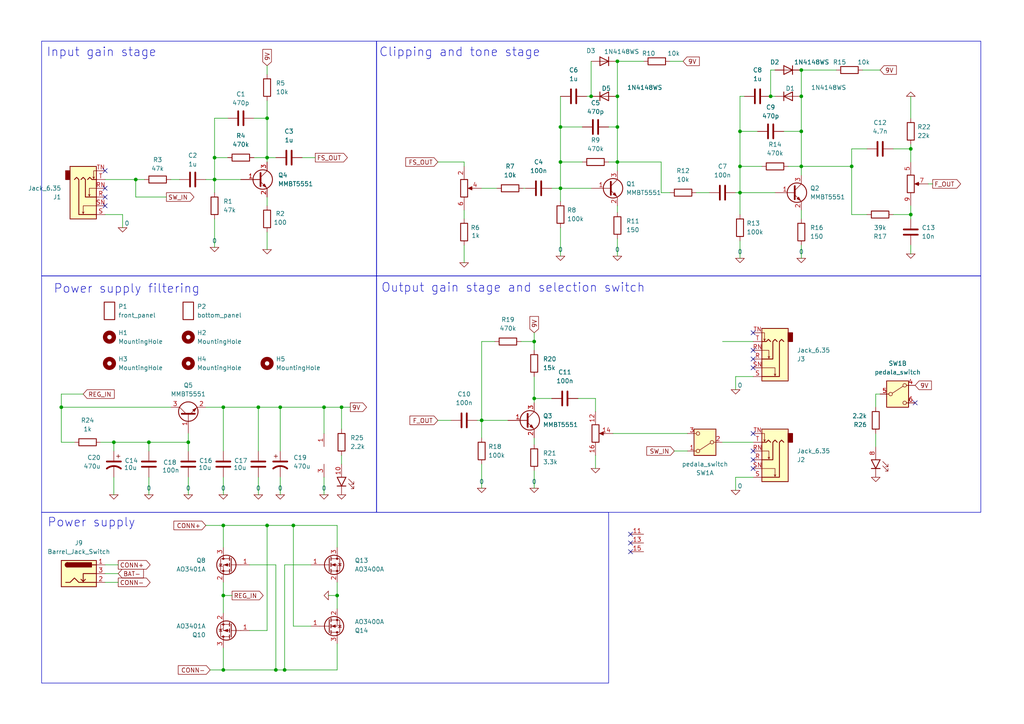
<source format=kicad_sch>
(kicad_sch (version 20250114) (generator "eeschema") (generator_version "9.0")
  (paper "A4")
  (title_block (title "Noise gate"))
  (lib_symbols
    (symbol "Connector:Barrel_Jack_Switch" (pin_names (hide yes))
      (property "Reference" "J" (at 0 5.334 0))
      (property "Value" "Barrel_Jack_Switch" (at 0 -5.08 0))
      (symbol "Barrel_Jack_Switch_1_1"
        (pin passive line (at 7.62 2.54 180) (length 2.54) (name "~") (number "1"))
        (pin passive line (at 7.62 0 180) (length 2.54) (name "~") (number "3"))
        (pin passive line (at 7.62 -2.54 180) (length 2.54) (name "~") (number "2"))
      )
    )
    (symbol "Device:C" (pin_numbers (hide yes)) (pin_names (offset 0.254))
      (property "Reference" "C" (at 0.635 2.54 0))
      (property "Value" "C" (at 0.635 -2.54 0))
      (symbol "C_1_1"
        (pin passive line (at 0 3.81 270) (length 2.794) (name "~") (number "1"))
        (pin passive line (at 0 -3.81 90) (length 2.794) (name "~") (number "2"))
      )
    )
    (symbol "Device:C_Polarized_US" (pin_numbers (hide yes)) (pin_names (offset 0.254) (hide yes))
      (property "Reference" "C" (at 0.635 2.54 0))
      (property "Value" "C_Polarized_US" (at 0.635 -2.54 0))
      (symbol "C_Polarized_US_1_1"
        (pin passive line (at 0 3.81 270) (length 2.794) (name "~") (number "1"))
        (pin passive line (at 0 -3.81 90) (length 3.302) (name "~") (number "2"))
      )
    )
    (symbol "Device:R" (pin_numbers (hide yes)) (pin_names (offset 0))
      (property "Reference" "R" (at 2.032 0 90))
      (property "Value" "R" (at 0 0 90))
      (symbol "R_1_1"
        (pin passive line (at 0 3.81 270) (length 1.27) (name "~") (number "1"))
        (pin passive line (at 0 -3.81 90) (length 1.27) (name "~") (number "2"))
      )
    )
    (symbol "Diode:1N4148WS" (pin_numbers (hide yes)) (pin_names (hide yes))
      (property "Reference" "D" (at 0 2.54 0))
      (property "Value" "1N4148WS" (at 0 -2.54 0))
      (symbol "1N4148WS_1_1"
        (pin passive line (at -3.81 0 0) (length 2.54) (name "K") (number "1"))
        (pin passive line (at 3.81 0 180) (length 2.54) (name "A") (number "2"))
      )
    )
    (symbol "Mechanical:MountingHole" (pin_names (offset 1.016))
      (property "Reference" "H" (at 0 5.08 0))
      (property "Value" "MountingHole" (at 0 3.175 0))
    )
    (symbol "MountingHole_1" (pin_names (offset 1.016))
      (property "Reference" "H" (at 0 5.08 0))
      (property "Value" "MountingHole" (at 0 3.175 0))
    )
    (symbol "MountingHole_2" (pin_names (offset 1.016))
      (property "Reference" "H" (at 0 5.08 0))
      (property "Value" "MountingHole" (at 0 3.175 0))
    )
    (symbol "MountingHole_3" (pin_names (offset 1.016))
      (property "Reference" "H" (at 0 5.08 0))
      (property "Value" "MountingHole" (at 0 3.175 0))
    )
    (symbol "MountingHole_4" (pin_names (offset 1.016))
      (property "Reference" "H" (at 0 5.08 0))
      (property "Value" "MountingHole" (at 0 3.175 0))
    )
    (symbol "Simulation_SPICE:0" (power) (pin_names (offset 0))
      (property "Value" "0" (at 0 -1.778 0))
      (symbol "0_1_1"
        (pin power_in line (at 0 0 0) (length 0) (hide yes) (name "0") (number "1"))
      )
    )
    (symbol "Transistor_BJT:BC817" (pin_names (offset 0) (hide yes))
      (property "Reference" "Q" (at 5.08 1.905 0))
      (property "Value" "BC817" (at 5.08 0 0))
      (symbol "BC817_1_1"
        (pin input line (at -5.08 0 0) (length 5.715) (name "B") (number "1"))
        (pin passive line (at 2.54 5.08 270) (length 2.54) (name "C") (number "3"))
        (pin passive line (at 2.54 -5.08 90) (length 2.54) (name "E") (number "2"))
      )
    )
    (symbol "Transistor_FET:AO3400A" (pin_names (hide yes))
      (property "Reference" "Q" (at 5.08 1.905 0))
      (property "Value" "AO3400A" (at 5.08 0 0))
      (symbol "AO3400A_1_1"
        (pin input line (at -5.08 0 0) (length 2.54) (name "G") (number "1"))
        (pin passive line (at 2.54 5.08 270) (length 2.54) (name "D") (number "3"))
        (pin passive line (at 2.54 -5.08 90) (length 2.54) (name "S") (number "2"))
      )
    )
    (symbol "Transistor_FET:AO3401A" (pin_names (hide yes))
      (property "Reference" "Q" (at 5.08 1.905 0))
      (property "Value" "AO3401A" (at 5.08 0 0))
      (symbol "AO3401A_1_1"
        (pin input line (at -5.08 0 0) (length 2.54) (name "G") (number "1"))
        (pin passive line (at 2.54 5.08 270) (length 2.54) (name "D") (number "3"))
        (pin passive line (at 2.54 -5.08 90) (length 2.54) (name "S") (number "2"))
      )
    )
    (symbol "pedale:Jack_6.35"
      (property "Reference" "J" (at 0 11.43 0))
      (property "Value" "Jack_6.35" (at 0 8.89 0))
      (symbol "Jack_6.35_1_1"
        (pin passive line (at 5.08 5.08 180) (length 2.54) (name "~") (number "S"))
        (pin passive line (at 5.08 2.54 180) (length 2.54) (name "~") (number "SN"))
        (pin passive line (at 5.08 0 180) (length 2.54) (name "~") (number "R"))
        (pin passive line (at 5.08 -2.54 180) (length 2.54) (name "~") (number "RN"))
        (pin passive line (at 5.08 -5.08 180) (length 2.54) (name "~") (number "T"))
        (pin passive line (at 5.08 -7.62 180) (length 2.54) (name "~") (number "TN"))
      )
    )
    (symbol "pedale:big_muff_pi_front_panel" (pin_names (offset 1.016) (hide yes))
      (property "Reference" "P" (at 0.254 4.318 0))
      (property "Value" "big_muff_pi_front_panel" (at -2.54 0 90))
    )
    (symbol "pedale:pedala_switch" (pin_names (offset 0) (hide yes))
      (property "Reference" "SW" (at 0 5.08 0))
      (property "Value" "pedala_switch" (at 0 -5.08 0))
      (symbol "pedala_switch_1_1"
        (pin passive line (at -5.08 0 0) (length 2.54) (name "B") (number "2"))
        (pin passive line (at 5.08 2.54 180) (length 2.54) (name "A") (number "1"))
        (pin passive line (at 5.08 -2.54 180) (length 2.54) (name "C") (number "3"))
      )
      (symbol "pedala_switch_2_1"
        (pin passive line (at -5.08 0 0) (length 2.54) (name "B") (number "5"))
        (pin passive line (at 5.08 2.54 180) (length 2.54) (name "A") (number "4"))
        (pin passive line (at 5.08 -2.54 180) (length 2.54) (name "C") (number "6"))
      )
    )
    (symbol "pedale:top_panel_connector" (pin_names (offset 1.016) (hide yes))
      (symbol "top_panel_connector_1_1"
        (pin passive line (at 0 6.35 270) (length 3.81) (name "Pin_2") (number "2"))
        (pin passive line (at 0 -6.35 90) (length 3.81) (name "Pin_6") (number "6"))
        (pin passive line (at 5.08 0 180) (length 3.81) (name "Pin_4") (number "4"))
      )
      (symbol "top_panel_connector_2_1"
        (pin passive line (at 0 6.35 270) (length 3.81) (name "Pin_5") (number "5"))
        (pin passive line (at 0 -6.35 90) (length 3.81) (name "Pin_9") (number "9"))
        (pin passive line (at 5.08 0 180) (length 3.81) (name "Pin_7") (number "7"))
      )
      (symbol "top_panel_connector_3_1"
        (pin passive line (at 0 6.35 270) (length 3.81) (name "Pin_12") (number "12"))
        (pin passive line (at 0 -6.35 90) (length 3.81) (name "Pin_16") (number "16"))
        (pin passive line (at 5.08 0 180) (length 3.81) (name "Pin_14") (number "14"))
      )
      (symbol "top_panel_connector_4_1"
        (pin passive line (at 0 5.08 270) (length 3.81) (name "Pin_8") (number "8"))
      )
      (symbol "top_panel_connector_5_1"
        (pin passive line (at 0 5.08 270) (length 3.81) (name "Pin_10") (number "10"))
      )
      (symbol "top_panel_connector_6_1"
        (pin passive line (at 0 12.7 270) (length 3.81) (name "VCC") (number "1"))
        (pin passive line (at 0 0 90) (length 3.81) (name "GND") (number "3"))
      )
      (symbol "top_panel_connector_7_1"
        (pin passive line (at 0 5.08 0) (length 3.81) (name "Pin_11") (number "11"))
        (pin passive line (at 0 2.54 0) (length 3.81) (name "Pin_13") (number "13"))
        (pin passive line (at 0 0 0) (length 3.81) (name "Pin_15") (number "15"))
      )
    )
  )
  (rectangle (start 12.065 148.59) (end 176.53 198.12))
  (rectangle (start 109.22 11.938) (end 284.48 80.01))
  (rectangle (start 12.065 11.938) (end 109.22 80.01))
  (rectangle (start 12.065 80.01) (end 109.22 148.59))
  (rectangle (start 109.22 80.01) (end 284.48 148.59))
  (text "Power supply filtering" (at 15.494 85.344 0) (effects (font (size 2.54 2.54)) (justify left bottom)))
  (text "Input gain stage" (at 29.464 15.24 0) (effects (font (size 2.54 2.54))))
  (text "Output gain stage and selection switch" (at 148.844 83.566 0) (effects (font (size 2.54 2.54))))
  (text "Clipping and tone stage" (at 133.35 15.24 0) (effects (font (size 2.54 2.54))))
  (text "Power supply" (at 13.716 151.638 0) (effects (font (size 2.54 2.54)) (justify left)))
  (junction (at 82.55 194.31))
  (junction (at 43.18 128.27))
  (junction (at 62.23 52.07))
  (junction (at 81.28 118.11))
  (junction (at 17.78 118.11))
  (junction (at 33.02 128.27))
  (junction (at 154.94 99.06))
  (junction (at 232.41 38.1))
  (junction (at 97.79 172.72))
  (junction (at 64.77 172.72))
  (junction (at 74.93 118.11))
  (junction (at 179.07 46.99))
  (junction (at 179.07 27.94))
  (junction (at 77.47 152.4))
  (junction (at 64.77 118.11))
  (junction (at 64.77 152.4))
  (junction (at 80.01 194.31))
  (junction (at 264.16 62.23))
  (junction (at 232.41 20.32))
  (junction (at 214.63 48.26))
  (junction (at 54.61 128.27))
  (junction (at 154.94 115.57))
  (junction (at 179.07 36.83))
  (junction (at 85.09 152.4))
  (junction (at 214.63 38.1))
  (junction (at 99.06 118.11))
  (junction (at 162.56 54.61))
  (junction (at 93.98 118.11))
  (junction (at 264.16 43.18))
  (junction (at 62.23 45.72))
  (junction (at 171.45 27.94))
  (junction (at 214.63 55.88))
  (junction (at 247.015 48.26))
  (junction (at 232.41 27.94))
  (junction (at 77.47 34.29))
  (junction (at 162.56 36.83))
  (junction (at 139.7 121.92))
  (junction (at 64.77 194.31))
  (junction (at 232.41 48.26))
  (junction (at 179.07 17.78))
  (junction (at 77.47 45.72))
  (junction (at 223.52 27.94))
  (junction (at 39.37 52.07))
  (junction (at 162.56 46.99))
  (no_connect (at 218.44 104.14))
  (no_connect (at 30.48 54.61))
  (no_connect (at 218.44 106.68))
  (no_connect (at -22.86 86.36))
  (no_connect (at 218.44 125.73))
  (no_connect (at 218.44 96.52))
  (no_connect (at 265.43 116.84))
  (no_connect (at 218.44 135.89))
  (no_connect (at 182.88 154.94))
  (no_connect (at 30.48 57.15))
  (no_connect (at 182.88 157.48))
  (no_connect (at 182.88 160.02))
  (no_connect (at 218.44 101.6))
  (no_connect (at 30.48 49.53))
  (no_connect (at 30.48 59.69))
  (no_connect (at -22.86 83.82))
  (no_connect (at 218.44 130.81))
  (no_connect (at -22.86 78.74))
  (no_connect (at 218.44 133.35))
  (wire (pts (xy 232.41 27.94) (xy 232.41 38.1)))
  (wire (pts (xy 179.07 27.94) (xy 179.07 36.83)))
  (wire (pts (xy 264.16 27.94) (xy 264.16 34.29)))
  (wire (pts (xy 77.47 152.4) (xy 85.09 152.4)))
  (wire (pts (xy 73.66 45.72) (xy 77.47 45.72)))
  (wire (pts (xy 62.23 52.07) (xy 69.85 52.07)))
  (wire (pts (xy 176.53 46.99) (xy 179.07 46.99)))
  (wire (pts (xy 264.16 41.91) (xy 264.16 43.18)))
  (wire (pts (xy 60.96 194.31) (xy 64.77 194.31)))
  (wire (pts (xy 251.46 43.18) (xy 247.015 43.18)))
  (wire (pts (xy 99.06 118.11) (xy 99.06 124.46)))
  (wire (pts (xy 214.63 27.94) (xy 214.63 38.1)))
  (wire (pts (xy 77.47 46.99) (xy 77.47 45.72)))
  (wire (pts (xy 232.41 71.12) (xy 232.41 74.93)))
  (wire (pts (xy 139.7 54.61) (xy 144.145 54.61)))
  (wire (pts (xy 66.04 34.29) (xy 62.23 34.29)))
  (wire (pts (xy 90.17 181.61) (xy 85.09 181.61)))
  (wire (pts (xy 201.93 55.88) (xy 205.74 55.88)))
  (wire (pts (xy 85.09 152.4) (xy 97.79 152.4)))
  (wire (pts (xy 74.93 118.11) (xy 74.93 130.81)))
  (wire (pts (xy 81.28 138.43) (xy 81.28 143.51)))
  (wire (pts (xy 77.47 45.72) (xy 80.01 45.72)))
  (wire (pts (xy 99.06 132.08) (xy 99.06 134.62)))
  (wire (pts (xy 80.01 194.31) (xy 82.55 194.31)))
  (wire (pts (xy 64.77 138.43) (xy 64.77 143.51)))
  (wire (pts (xy 264.16 63.5) (xy 264.16 62.23)))
  (wire (pts (xy 213.36 138.43) (xy 218.44 138.43)))
  (wire (pts (xy 93.98 138.43) (xy 93.98 143.51)))
  (wire (pts (xy 167.64 115.57) (xy 172.72 115.57)))
  (wire (pts (xy 177.8 125.73) (xy 199.39 125.73)))
  (wire (pts (xy 179.07 46.99) (xy 179.07 49.53)))
  (wire (pts (xy 247.015 48.26) (xy 247.015 62.23)))
  (wire (pts (xy 17.78 118.11) (xy 17.78 128.27)))
  (wire (pts (xy 232.41 38.1) (xy 232.41 48.26)))
  (wire (pts (xy 99.06 118.11) (xy 93.98 118.11)))
  (wire (pts (xy 43.18 128.27) (xy 54.61 128.27)))
  (wire (pts (xy 232.41 60.96) (xy 232.41 63.5)))
  (wire (pts (xy 232.41 48.26) (xy 232.41 50.8)))
  (wire (pts (xy 82.55 194.31) (xy 97.79 194.31)))
  (wire (pts (xy 59.69 52.07) (xy 62.23 52.07)))
  (wire (pts (xy 39.37 52.07) (xy 41.91 52.07)))
  (wire (pts (xy 82.55 163.83) (xy 82.55 194.31)))
  (wire (pts (xy 66.04 45.72) (xy 62.23 45.72)))
  (wire (pts (xy 179.07 17.78) (xy 179.07 27.94)))
  (wire (pts (xy 43.18 138.43) (xy 43.18 143.51)))
  (wire (pts (xy 264.16 43.18) (xy 264.16 46.99)))
  (wire (pts (xy -22.86 91.44) (xy -17.78 91.44)))
  (wire (pts (xy 162.56 46.99) (xy 162.56 54.61)))
  (wire (pts (xy 191.77 55.88) (xy 191.77 46.99)))
  (wire (pts (xy 33.02 138.43) (xy 33.02 143.51)))
  (wire (pts (xy 223.52 27.94) (xy 224.79 27.94)))
  (wire (pts (xy 72.39 163.83) (xy 80.01 163.83)))
  (wire (pts (xy 162.56 66.04) (xy 162.56 74.295)))
  (wire (pts (xy 254 114.3) (xy 255.27 114.3)))
  (wire (pts (xy 162.56 36.83) (xy 168.91 36.83)))
  (wire (pts (xy 264.16 59.69) (xy 264.16 62.23)))
  (wire (pts (xy 21.59 128.27) (xy 17.78 128.27)))
  (wire (pts (xy 97.79 152.4) (xy 97.79 158.75)))
  (wire (pts (xy 198.12 17.78) (xy 194.31 17.78)))
  (wire (pts (xy 214.63 48.26) (xy 214.63 55.88)))
  (wire (pts (xy 30.48 52.07) (xy 39.37 52.07)))
  (wire (pts (xy 259.08 43.18) (xy 264.16 43.18)))
  (wire (pts (xy 93.98 118.11) (xy 81.28 118.11)))
  (wire (pts (xy 77.47 182.88) (xy 77.47 152.4)))
  (wire (pts (xy 62.23 55.88) (xy 62.23 52.07)))
  (wire (pts (xy 151.765 54.61) (xy 152.4 54.61)))
  (wire (pts (xy 214.63 38.1) (xy 214.63 48.26)))
  (wire (pts (xy 191.77 55.88) (xy 194.31 55.88)))
  (wire (pts (xy 62.23 63.5) (xy 62.23 71.755)))
  (wire (pts (xy 81.28 118.11) (xy 74.93 118.11)))
  (wire (pts (xy 213.36 55.88) (xy 214.63 55.88)))
  (wire (pts (xy 17.78 114.3) (xy 17.78 118.11)))
  (wire (pts (xy 162.56 54.61) (xy 171.45 54.61)))
  (wire (pts (xy 43.18 128.27) (xy 43.18 130.81)))
  (wire (pts (xy 172.72 119.38) (xy 172.72 115.57)))
  (wire (pts (xy 247.015 43.18) (xy 247.015 48.26)))
  (wire (pts (xy 259.08 62.23) (xy 264.16 62.23)))
  (wire (pts (xy 154.94 127) (xy 154.94 128.905)))
  (wire (pts (xy 154.94 136.525) (xy 154.94 141.605)))
  (wire (pts (xy 34.29 168.91) (xy 30.48 168.91)))
  (wire (pts (xy 77.47 67.31) (xy 77.47 72.39)))
  (wire (pts (xy 85.09 181.61) (xy 85.09 152.4)))
  (wire (pts (xy 143.51 99.06) (xy 139.7 99.06)))
  (wire (pts (xy 93.98 118.11) (xy 93.98 125.73)))
  (wire (pts (xy 264.16 71.12) (xy 264.16 73.66)))
  (wire (pts (xy 151.13 99.06) (xy 154.94 99.06)))
  (wire (pts (xy 162.56 27.94) (xy 162.56 36.83)))
  (wire (pts (xy 64.77 187.96) (xy 64.77 194.31)))
  (wire (pts (xy 160.02 115.57) (xy 154.94 115.57)))
  (wire (pts (xy 49.53 52.07) (xy 52.07 52.07)))
  (wire (pts (xy 186.69 17.78) (xy 179.07 17.78)))
  (wire (pts (xy 95.25 172.72) (xy 97.79 172.72)))
  (wire (pts (xy 39.37 57.15) (xy 48.26 57.15)))
  (wire (pts (xy 162.56 36.83) (xy 162.56 46.99)))
  (wire (pts (xy 160.02 54.61) (xy 162.56 54.61)))
  (wire (pts (xy 64.77 152.4) (xy 77.47 152.4)))
  (wire (pts (xy 77.47 34.29) (xy 77.47 45.72)))
  (wire (pts (xy 59.69 118.11) (xy 64.77 118.11)))
  (wire (pts (xy 54.61 125.73) (xy 54.61 128.27)))
  (wire (pts (xy 179.07 46.99) (xy 191.77 46.99)))
  (wire (pts (xy 227.33 38.1) (xy 232.41 38.1)))
  (wire (pts (xy 154.94 109.22) (xy 154.94 115.57)))
  (wire (pts (xy 97.79 176.53) (xy 97.79 172.72)))
  (wire (pts (xy 81.28 118.11) (xy 81.28 130.81)))
  (wire (pts (xy 97.79 172.72) (xy 97.79 168.91)))
  (wire (pts (xy 176.53 36.83) (xy 179.07 36.83)))
  (wire (pts (xy 162.56 58.42) (xy 162.56 54.61)))
  (wire (pts (xy 139.7 99.06) (xy 139.7 121.92)))
  (wire (pts (xy 101.6 118.11) (xy 99.06 118.11)))
  (wire (pts (xy 213.36 142.24) (xy 213.36 138.43)))
  (wire (pts (xy 254 118.11) (xy 254 114.3)))
  (wire (pts (xy 172.72 132.08) (xy 172.72 135.89)))
  (wire (pts (xy 162.56 46.99) (xy 168.91 46.99)))
  (wire (pts (xy 97.79 194.31) (xy 97.79 186.69)))
  (wire (pts (xy 77.47 57.15) (xy 77.47 59.69)))
  (wire (pts (xy 33.02 128.27) (xy 43.18 128.27)))
  (wire (pts (xy 35.56 62.23) (xy 35.56 66.04)))
  (wire (pts (xy 139.7 121.92) (xy 147.32 121.92)))
  (wire (pts (xy 134.62 46.99) (xy 134.62 48.26)))
  (wire (pts (xy 154.94 99.06) (xy 154.94 101.6)))
  (wire (pts (xy 59.69 152.4) (xy 64.77 152.4)))
  (wire (pts (xy 138.43 121.92) (xy 139.7 121.92)))
  (wire (pts (xy 209.55 128.27) (xy 218.44 128.27)))
  (wire (pts (xy 213.36 113.03) (xy 213.36 109.22)))
  (wire (pts (xy 64.77 158.75) (xy 64.77 152.4)))
  (wire (pts (xy 214.63 27.94) (xy 215.9 27.94)))
  (wire (pts (xy 64.77 172.72) (xy 64.77 168.91)))
  (wire (pts (xy 62.23 34.29) (xy 62.23 45.72)))
  (wire (pts (xy 17.78 118.11) (xy 49.53 118.11)))
  (wire (pts (xy 72.39 182.88) (xy 77.47 182.88)))
  (wire (pts (xy 214.63 48.26) (xy 220.98 48.26)))
  (wire (pts (xy 54.61 130.81) (xy 54.61 128.27)))
  (wire (pts (xy 127 46.99) (xy 134.62 46.99)))
  (wire (pts (xy 214.63 55.88) (xy 214.63 62.23)))
  (wire (pts (xy 24.13 114.3) (xy 17.78 114.3)))
  (wire (pts (xy 179.07 59.69) (xy 179.07 61.595)))
  (wire (pts (xy 154.94 96.52) (xy 154.94 99.06)))
  (wire (pts (xy 254 129.54) (xy 254 125.73)))
  (wire (pts (xy 139.7 127) (xy 139.7 121.92)))
  (wire (pts (xy 223.52 20.32) (xy 224.79 20.32)))
  (wire (pts (xy 232.41 20.32) (xy 232.41 27.94)))
  (wire (pts (xy 77.47 19.05) (xy 77.47 21.59)))
  (wire (pts (xy 255.27 20.32) (xy 250.19 20.32)))
  (wire (pts (xy 223.52 20.32) (xy 223.52 27.94)))
  (wire (pts (xy 30.48 166.37) (xy 34.29 166.37)))
  (wire (pts (xy 214.63 55.88) (xy 224.79 55.88)))
  (wire (pts (xy 214.63 69.85) (xy 214.63 74.93)))
  (wire (pts (xy 213.36 109.22) (xy 218.44 109.22)))
  (wire (pts (xy 154.94 115.57) (xy 154.94 116.84)))
  (wire (pts (xy 269.24 53.34) (xy 270.51 53.34)))
  (wire (pts (xy 73.66 34.29) (xy 77.47 34.29)))
  (wire (pts (xy 62.23 45.72) (xy 62.23 52.07)))
  (wire (pts (xy 195.58 130.81) (xy 199.39 130.81)))
  (wire (pts (xy 30.48 62.23) (xy 35.56 62.23)))
  (wire (pts (xy 232.41 48.26) (xy 247.015 48.26)))
  (wire (pts (xy 179.07 36.83) (xy 179.07 46.99)))
  (wire (pts (xy 87.63 45.72) (xy 91.44 45.72)))
  (wire (pts (xy 77.47 29.21) (xy 77.47 34.29)))
  (wire (pts (xy 90.17 163.83) (xy 82.55 163.83)))
  (wire (pts (xy 39.37 57.15) (xy 39.37 52.07)))
  (wire (pts (xy 64.77 177.8) (xy 64.77 172.72)))
  (wire (pts (xy 74.93 138.43) (xy 74.93 143.51)))
  (wire (pts (xy 134.62 71.12) (xy 134.62 76.2)))
  (wire (pts (xy 54.61 138.43) (xy 54.61 143.51)))
  (wire (pts (xy -22.86 88.9) (xy -11.43 88.9)))
  (wire (pts (xy 127 121.92) (xy 130.81 121.92)))
  (wire (pts (xy 247.015 62.23) (xy 251.46 62.23)))
  (wire (pts (xy 34.29 163.83) (xy 30.48 163.83)))
  (wire (pts (xy -22.86 81.28) (xy -13.97 81.28)))
  (wire (pts (xy 228.6 48.26) (xy 232.41 48.26)))
  (wire (pts (xy 64.77 118.11) (xy 64.77 130.81)))
  (wire (pts (xy 179.07 69.215) (xy 179.07 74.295)))
  (wire (pts (xy 232.41 20.32) (xy 242.57 20.32)))
  (wire (pts (xy 29.21 128.27) (xy 33.02 128.27)))
  (wire (pts (xy 33.02 128.27) (xy 33.02 130.81)))
  (wire (pts (xy 80.01 163.83) (xy 80.01 194.31)))
  (wire (pts (xy 209.55 99.06) (xy 218.44 99.06)))
  (wire (pts (xy 64.77 194.31) (xy 80.01 194.31)))
  (wire (pts (xy 171.45 17.78) (xy 171.45 27.94)))
  (wire (pts (xy 170.18 27.94) (xy 171.45 27.94)))
  (wire (pts (xy 134.62 60.96) (xy 134.62 63.5)))
  (wire (pts (xy 214.63 38.1) (xy 219.71 38.1)))
  (wire (pts (xy 74.93 118.11) (xy 64.77 118.11)))
  (wire (pts (xy 139.7 134.62) (xy 139.7 141.605)))
  (wire (pts (xy 67.31 172.72) (xy 64.77 172.72)))
  (global_label "FS_OUT" (shape input) (at 127 46.99 180) (property "Intersheetrefs" "${INTERSHEET_REFS}" (effects (hide yes))))
  (global_label "REG_IN" (shape input) (at 24.13 114.3 0) (property "Intersheetrefs" "${INTERSHEET_REFS}" (effects (hide yes))))
  (global_label "9V" (shape output) (at 101.6 118.11 0) (property "Intersheetrefs" "${INTERSHEET_REFS}" (effects (hide yes))))
  (global_label "CONN+" (shape output) (at 34.29 163.83 0) (property "Intersheetrefs" "${INTERSHEET_REFS}" (effects (hide yes))))
  (global_label "CONN+" (shape input) (at 59.69 152.4 180) (property "Intersheetrefs" "${INTERSHEET_REFS}" (effects (hide yes))))
  (global_label "SW_IN" (shape output) (at 48.26 57.15 0) (property "Intersheetrefs" "${INTERSHEET_REFS}" (effects (hide yes))))
  (global_label "9V" (shape input) (at 77.47 19.05 90) (property "Intersheetrefs" "${INTERSHEET_REFS}" (effects (hide yes))))
  (global_label "9V" (shape input) (at 198.12 17.78 0) (property "Intersheetrefs" "${INTERSHEET_REFS}" (effects (hide yes))))
  (global_label "FS_OUT" (shape output) (at 91.44 45.72 0) (property "Intersheetrefs" "${INTERSHEET_REFS}" (effects (hide yes))))
  (global_label "F_OUT" (shape input) (at 127 121.92 180) (property "Intersheetrefs" "${INTERSHEET_REFS}" (effects (hide yes))))
  (global_label "F_OUT" (shape output) (at 270.51 53.34 0) (property "Intersheetrefs" "${INTERSHEET_REFS}" (effects (hide yes))))
  (global_label "BAT-" (shape input) (at 34.29 166.37 0) (property "Intersheetrefs" "${INTERSHEET_REFS}" (effects (hide yes))))
  (global_label "SW_IN" (shape input) (at 195.58 130.81 180) (property "Intersheetrefs" "${INTERSHEET_REFS}" (effects (hide yes))))
  (global_label "CONN-" (shape input) (at 60.96 194.31 180) (property "Intersheetrefs" "${INTERSHEET_REFS}" (effects (hide yes))))
  (global_label "CONN-" (shape output) (at 34.29 168.91 0) (property "Intersheetrefs" "${INTERSHEET_REFS}" (effects (hide yes))))
  (global_label "9V" (shape input) (at 265.43 111.76 0) (property "Intersheetrefs" "${INTERSHEET_REFS}" (effects (hide yes))))
  (global_label "9V" (shape input) (at 154.94 96.52 90) (property "Intersheetrefs" "${INTERSHEET_REFS}" (effects (hide yes))))
  (global_label "REG_IN" (shape output) (at 67.31 172.72 0) (property "Intersheetrefs" "${INTERSHEET_REFS}" (effects (hide yes))))
  (global_label "9V" (shape input) (at 255.27 20.32 0) (property "Intersheetrefs" "${INTERSHEET_REFS}" (effects (hide yes))))
  (symbol (lib_id "Diode:1N4148WS") (at 228.6 27.94 0) (unit 1)
    (property "Reference" "D1" (at 227.838 25.654 0) (effects (justify left)))
    (property "Value" "1N4148WS" (at 235.204 25.4 0) (effects (justify left)))
    (property "Footprint" "Diode_SMD:D_SOD-323" (effects (hide yes)))
    (property "Datasheet" "https://www.vishay.com/docs/85751/1n4148ws.pdf" (effects (hide yes)))
    (property "Sim.Device" "D" (effects (hide yes)))
    (property "Sim.Pins" "1=K 2=A" (effects (hide yes)))
    (property "Sim.Library" "/home/ostoja/spice_models/diode/1N4148.lib" (effects (hide yes)))
    (property "Sim.Name" "1N4148" (effects (hide yes)))
    (property "LCSC" "C2128" (effects (hide yes)))
  )
  (symbol (lib_id "Simulation_SPICE:0") (at 172.72 135.89 0) (unit 1)
    (property "Reference" "#GND014" (effects (hide yes)))
    (property "Value" "0" (effects (hide yes)))
  )
  (symbol (lib_id "Simulation_SPICE:0") (at 35.56 66.04 0) (unit 1)
    (property "Reference" "#GND017" (effects (hide yes)))
    (property "Value" "0" (at 36.83 64.77 0))
  )
  (symbol (lib_id "Mechanical:MountingHole") (at 31.75 105.41 0) (unit 1)
    (property "Reference" "H3" (at 34.29 104.14 0) (effects (justify left)))
    (property "Value" "MountingHole" (at 34.29 106.68 0) (effects (justify left)))
    (property "Footprint" "pedale:M3_hole_with_spacer" (effects (hide yes)))
  )
  (symbol (lib_id "Simulation_SPICE:0") (at 43.18 143.51 0) (unit 1)
    (property "Reference" "#GND016" (effects (hide yes)))
    (property "Value" "0" (at 43.18 141.605 0))
  )
  (symbol (lib_id "Device:R") (at 62.23 59.69 0) (unit 1)
    (property "Reference" "R1" (at 64.77 58.42 0) (effects (justify left)))
    (property "Value" "47k" (at 64.77 60.96 0) (effects (justify left)))
    (property "Footprint" "Resistor_SMD:R_0603_1608Metric_Pad0.98x0.95mm_HandSolder" (effects (hide yes)))
    (property "LCSC" "C25819" (effects (hide yes)))
  )
  (symbol (lib_id "Simulation_SPICE:0") (at 264.16 27.94 180) (unit 1)
    (property "Reference" "#GND013" (effects (hide yes)))
    (property "Value" "0" (effects (hide yes)))
  )
  (symbol (lib_id "pedale:top_panel_connector") (at 134.62 54.61 0) (unit 1)
    (property "Reference" "J6" (effects (hide yes)))
    (property "Value" "top_panel_connector" (effects (hide yes)))
    (property "Footprint" "pedale:IDC-Header_2x08_P2.54mm_Vertical" (effects (hide yes)))
  )
  (symbol (lib_id "Simulation_SPICE:0") (at 54.61 143.51 0) (unit 1)
    (property "Reference" "#GND024" (effects (hide yes)))
    (property "Value" "0" (at 54.61 141.605 0))
  )
  (symbol (lib_id "Connector:Barrel_Jack_Switch") (at 22.86 166.37 0) (unit 1)
    (property "Reference" "J9" (at 22.86 157.48 0))
    (property "Value" "Barrel_Jack_Switch" (at 22.86 160.02 0))
    (property "Footprint" "pedale:BarrelJack" (effects (hide yes)))
    (property "Description" "DC Barrel Jack with an internal switch" (effects (hide yes)))
  )
  (symbol (lib_id "pedale:pedala_switch") (at 260.35 114.3 0) (unit 2)
    (property "Reference" "SW1" (at 260.35 105.41 0))
    (property "Value" "pedala_switch" (at 260.35 107.95 0))
    (property "Footprint" "pedale:foot_switch_tht_no_pad" (effects (hide yes)))
    (property "Description" "Switch, dual pole double throw, separate symbols" (effects (hide yes)))
  )
  (symbol (lib_id "Device:C") (at 255.27 43.18 90) (unit 1)
    (property "Reference" "C12" (at 255.27 35.56 90))
    (property "Value" "4.7n" (at 255.27 38.1 90))
    (property "Footprint" "Capacitor_SMD:C_0603_1608Metric_Pad1.08x0.95mm_HandSolder" (effects (hide yes)))
    (property "LCSC" "C53987" (effects (hide yes)))
  )
  (symbol (lib_id "Transistor_BJT:BC817") (at 176.53 54.61 0) (unit 1)
    (property "Reference" "Q1" (at 181.61 53.3399 0) (effects (justify left)))
    (property "Value" "MMBT5551" (at 181.61 55.8799 0) (effects (justify left)))
    (property "Footprint" "Package_TO_SOT_SMD:SOT-23" (effects (hide yes)))
    (property "Datasheet" "https://www.onsemi.com/pub/Collateral/BC818-D.pdf" (effects (hide yes)))
    (property "Sim.Library" "/home/ostoja/spice_models/bjts/BC817-40.lib" (effects (hide yes)))
    (property "Sim.Name" "BC817-40" (effects (hide yes)))
    (property "Sim.Device" "NPN" (effects (hide yes)))
    (property "Sim.Type" "GUMMELPOON" (effects (hide yes)))
    (property "Sim.Pins" "1=B 2=E 3=C" (effects (hide yes)))
    (property "Sim.Params" "is=62860a isc=187700a" (effects (hide yes)))
    (property "LCSC" "C2145" (effects (hide yes)))
  )
  (symbol (lib_id "Device:R") (at 214.63 66.04 0) (unit 1)
    (property "Reference" "R13" (at 216.535 64.77 0) (effects (justify left)))
    (property "Value" "100k" (at 216.535 67.31 0) (effects (justify left)))
    (property "Footprint" "Resistor_SMD:R_0603_1608Metric_Pad0.98x0.95mm_HandSolder" (effects (hide yes)))
    (property "LCSC" "C25803" (effects (hide yes)))
  )
  (symbol (lib_id "Device:C") (at 54.61 134.62 180) (unit 1)
    (property "Reference" "C18" (at 49.276 134.112 0))
    (property "Value" "100n" (at 49.53 136.398 0))
    (property "Footprint" "Capacitor_SMD:C_0603_1608Metric_Pad1.08x0.95mm_HandSolder" (effects (hide yes)))
    (property "LCSC" "C14663" (effects (hide yes)))
  )
  (symbol (lib_id "Device:R") (at 162.56 62.23 0) (unit 1)
    (property "Reference" "R8" (at 164.465 60.96 0) (effects (justify left)))
    (property "Value" "100k" (at 164.465 63.5 0) (effects (justify left)))
    (property "Footprint" "Resistor_SMD:R_0603_1608Metric_Pad0.98x0.95mm_HandSolder" (effects (hide yes)))
    (property "LCSC" "C25803" (effects (hide yes)))
  )
  (symbol (lib_id "pedale:top_panel_connector") (at 182.88 160.02 0) (unit 7)
    (property "Reference" "J6" (effects (hide yes)))
    (property "Value" "top_panel_connector" (effects (hide yes)))
    (property "Footprint" "pedale:IDC-Header_2x08_P2.54mm_Vertical" (effects (hide yes)))
  )
  (symbol (lib_id "Device:C") (at 172.72 36.83 90) (unit 1)
    (property "Reference" "C5" (at 172.72 29.845 90))
    (property "Value" "470p" (at 172.72 32.385 90))
    (property "Footprint" "Capacitor_SMD:C_0603_1608Metric_Pad1.08x0.95mm_HandSolder" (effects (hide yes)))
    (property "LCSC" "C1620" (effects (hide yes)))
  )
  (symbol (lib_id "Device:R") (at 45.72 52.07 90) (unit 1)
    (property "Reference" "R3" (at 45.72 46.355 90))
    (property "Value" "47k" (at 45.72 48.895 90))
    (property "Footprint" "Resistor_SMD:R_0603_1608Metric_Pad0.98x0.95mm_HandSolder" (effects (hide yes)))
    (property "LCSC" "C25819" (effects (hide yes)))
  )
  (symbol (lib_id "pedale:Jack_6.35") (at 223.52 133.35 180) (unit 1)
    (property "Reference" "J2" (at 231.14 133.3501 0) (effects (justify right)))
    (property "Value" "Jack_6.35" (at 231.14 130.8101 0) (effects (justify right)))
    (property "Footprint" "pedale:Jack_6.35mm" (effects (hide yes)))
    (property "Description" "Audio Jack, 3 Poles (Stereo / TRS), Switched Poles (Normalling)" (effects (hide yes)))
  )
  (symbol (lib_id "pedale:pedala_switch") (at 204.47 128.27 180) (unit 1)
    (property "Reference" "SW1" (at 204.47 137.16 0))
    (property "Value" "pedala_switch" (at 204.47 134.62 0))
    (property "Footprint" "pedale:foot_switch_tht_no_pad" (effects (hide yes)))
    (property "Description" "Switch, dual pole double throw, separate symbols" (effects (hide yes)))
  )
  (symbol (lib_id "Device:R") (at 154.94 105.41 180) (unit 1)
    (property "Reference" "R20" (at 157.48 104.14 0) (effects (justify right)))
    (property "Value" "15k" (at 157.48 106.68 0) (effects (justify right)))
    (property "Footprint" "Resistor_SMD:R_0603_1608Metric_Pad0.98x0.95mm_HandSolder" (effects (hide yes)))
    (property "LCSC" "C22809" (effects (hide yes)))
  )
  (symbol (lib_id "Device:C") (at 264.16 67.31 180) (unit 1)
    (property "Reference" "C13" (at 267.335 66.04 0) (effects (justify right)))
    (property "Value" "10n" (at 267.335 68.58 0) (effects (justify right)))
    (property "Footprint" "Capacitor_SMD:C_0603_1608Metric_Pad1.08x0.95mm_HandSolder" (effects (hide yes)))
    (property "LCSC" "C57112" (effects (hide yes)))
  )
  (symbol (lib_id "Device:C") (at 55.88 52.07 90) (unit 1)
    (property "Reference" "C2" (at 55.88 45.085 90))
    (property "Value" "1u" (at 55.88 47.625 90))
    (property "Footprint" "Capacitor_SMD:C_0603_1608Metric_Pad1.08x0.95mm_HandSolder" (effects (hide yes)))
    (property "LCSC" "C15849" (effects (hide yes)))
  )
  (symbol (lib_id "Device:C") (at 166.37 27.94 90) (unit 1)
    (property "Reference" "C6" (at 166.37 20.32 90))
    (property "Value" "1u" (at 166.37 22.86 90))
    (property "Footprint" "Capacitor_SMD:C_0603_1608Metric_Pad1.08x0.95mm_HandSolder" (effects (hide yes)))
    (property "LCSC" "C15849" (effects (hide yes)))
  )
  (symbol (lib_id "Device:R") (at 147.32 99.06 90) (unit 1)
    (property "Reference" "R19" (at 147.32 92.71 90))
    (property "Value" "470k" (at 147.32 95.25 90))
    (property "Footprint" "Resistor_SMD:R_0603_1608Metric_Pad0.98x0.95mm_HandSolder" (effects (hide yes)))
    (property "LCSC" "C23178" (effects (hide yes)))
  )
  (symbol (lib_id "Device:R") (at 154.94 132.715 0) (unit 1)
    (property "Reference" "R21" (at 157.48 131.445 0) (effects (justify left)))
    (property "Value" "3.3k" (at 157.48 133.985 0) (effects (justify left)))
    (property "Footprint" "Resistor_SMD:R_0603_1608Metric_Pad0.98x0.95mm_HandSolder" (effects (hide yes)))
    (property "LCSC" "C22978" (effects (hide yes)))
  )
  (symbol (lib_id "Device:R") (at 77.47 63.5 0) (mirror x) (unit 1)
    (property "Reference" "R2" (at 81.28 61.976 0))
    (property "Value" "100" (at 81.28 64.516 0))
    (property "Footprint" "Resistor_SMD:R_0603_1608Metric_Pad0.98x0.95mm_HandSolder" (effects (hide yes)))
    (property "LCSC" "C22775" (effects (hide yes)))
  )
  (symbol (lib_id "Simulation_SPICE:0") (at 77.47 72.39 0) (unit 1)
    (property "Reference" "#GND02" (effects (hide yes)))
    (property "Value" "0" (effects (hide yes)))
  )
  (symbol (lib_id "Simulation_SPICE:0") (at 93.98 143.51 0) (unit 1)
    (property "Reference" "#GND023" (effects (hide yes)))
    (property "Value" "0" (at 93.98 141.605 0))
  )
  (symbol (lib_id "pedale:Jack_6.35") (at 223.52 104.14 180) (unit 1)
    (property "Reference" "J3" (at 231.14 104.1401 0) (effects (justify right)))
    (property "Value" "Jack_6.35" (at 231.14 101.6001 0) (effects (justify right)))
    (property "Footprint" "pedale:Jack_6.35mm" (effects (hide yes)))
    (property "Description" "Audio Jack, 3 Poles (Stereo / TRS), Switched Poles (Normalling)" (effects (hide yes)))
  )
  (symbol (lib_id "Device:C") (at 43.18 134.62 0) (mirror y) (unit 1)
    (property "Reference" "C14" (at 38.1 133.604 0))
    (property "Value" "10u" (at 37.846 135.636 0))
    (property "Footprint" "Capacitor_SMD:C_0603_1608Metric_Pad1.08x0.95mm_HandSolder" (effects (hide yes)))
    (property "LCSC" "C96446" (effects (hide yes)))
  )
  (symbol (lib_name "MountingHole_4") (lib_id "Mechanical:MountingHole") (at 77.47 105.41 0) (unit 1)
    (property "Reference" "H5" (at 80.01 104.14 0) (effects (justify left)))
    (property "Value" "MountingHole" (at 80.01 106.68 0) (effects (justify left)))
    (property "Footprint" "pedale:M3_hole_with_spacer" (effects (hide yes)))
  )
  (symbol (lib_id "pedale:top_panel_connector") (at 264.16 53.34 0) (unit 2)
    (property "Reference" "J6" (effects (hide yes)))
    (property "Value" "top_panel_connector" (effects (hide yes)))
    (property "Footprint" "pedale:IDC-Header_2x08_P2.54mm_Vertical" (effects (hide yes)))
  )
  (symbol (lib_id "Device:C") (at 156.21 54.61 90) (unit 1)
    (property "Reference" "C4" (at 156.21 46.99 90))
    (property "Value" "100n" (at 156.21 49.53 90))
    (property "Footprint" "Capacitor_SMD:C_0603_1608Metric_Pad1.08x0.95mm_HandSolder" (effects (hide yes)))
    (property "LCSC" "C14663" (effects (hide yes)))
  )
  (symbol (lib_id "pedale:top_panel_connector") (at 93.98 138.43 0) (unit 6)
    (property "Reference" "J6" (effects (hide yes)))
    (property "Value" "top_panel_connector" (effects (hide yes)))
    (property "Footprint" "pedale:IDC-Header_2x08_P2.54mm_Vertical" (effects (hide yes)))
  )
  (symbol (lib_id "Device:R") (at 179.07 65.405 0) (unit 1)
    (property "Reference" "R11" (at 181.61 64.135 0) (effects (justify left)))
    (property "Value" "150" (at 181.61 66.675 0) (effects (justify left)))
    (property "Footprint" "Resistor_SMD:R_0603_1608Metric_Pad0.98x0.95mm_HandSolder" (effects (hide yes)))
    (property "LCSC" "C22808" (effects (hide yes)))
  )
  (symbol (lib_id "Device:C") (at 69.85 34.29 90) (unit 1)
    (property "Reference" "C1" (at 69.85 27.305 90))
    (property "Value" "470p" (at 69.85 29.845 90))
    (property "Footprint" "Capacitor_SMD:C_0603_1608Metric_Pad1.08x0.95mm_HandSolder" (effects (hide yes)))
    (property "LCSC" "C1620" (effects (hide yes)))
  )
  (symbol (lib_id "Transistor_BJT:BC817") (at 74.93 52.07 0) (unit 1)
    (property "Reference" "Q4" (at 80.645 50.8 0) (effects (justify left)))
    (property "Value" "MMBT5551" (at 80.645 53.34 0) (effects (justify left)))
    (property "Footprint" "Package_TO_SOT_SMD:SOT-23" (effects (hide yes)))
    (property "Datasheet" "https://www.onsemi.com/pub/Collateral/BC818-D.pdf" (effects (hide yes)))
    (property "Sim.Library" "/home/ostoja/spice_models/bjts/BC817-40.lib" (effects (hide yes)))
    (property "Sim.Name" "BC817-40" (effects (hide yes)))
    (property "Sim.Device" "NPN" (effects (hide yes)))
    (property "Sim.Type" "GUMMELPOON" (effects (hide yes)))
    (property "Sim.Pins" "1=B 2=E 3=C" (effects (hide yes)))
    (property "Sim.Params" "is=62860a isc=187700a" (effects (hide yes)))
    (property "LCSC" "C2145" (effects (hide yes)))
  )
  (symbol (lib_id "Transistor_BJT:BC817") (at 229.87 55.88 0) (unit 1)
    (property "Reference" "Q2" (at 234.95 54.6099 0) (effects (justify left)))
    (property "Value" "MMBT5551" (at 234.95 57.1499 0) (effects (justify left)))
    (property "Footprint" "Package_TO_SOT_SMD:SOT-23" (effects (hide yes)))
    (property "Datasheet" "https://www.onsemi.com/pub/Collateral/BC818-D.pdf" (effects (hide yes)))
    (property "Sim.Library" "/home/ostoja/spice_models/bjts/BC817-40.lib" (effects (hide yes)))
    (property "Sim.Name" "BC817-40" (effects (hide yes)))
    (property "Sim.Device" "NPN" (effects (hide yes)))
    (property "Sim.Type" "GUMMELPOON" (effects (hide yes)))
    (property "Sim.Pins" "1=B 2=E 3=C" (effects (hide yes)))
    (property "Sim.Params" "is=62860a isc=187700a" (effects (hide yes)))
    (property "LCSC" "C2145" (effects (hide yes)))
  )
  (symbol (lib_id "Device:R") (at 25.4 128.27 270) (unit 1)
    (property "Reference" "R24" (at 25.4 121.92 90))
    (property "Value" "1k" (at 25.4 124.46 90))
    (property "Footprint" "Resistor_SMD:R_0603_1608Metric_Pad0.98x0.95mm_HandSolder" (effects (hide yes)))
    (property "LCSC" "C21190" (effects (hide yes)))
  )
  (symbol (lib_id "Diode:1N4148WS") (at 228.6 20.32 0) (mirror y) (unit 1)
    (property "Reference" "D2" (at 226.06 18.034 0) (effects (justify left)))
    (property "Value" "1N4148WS" (at 240.538 18.034 0) (effects (justify left)))
    (property "Footprint" "Diode_SMD:D_SOD-323" (effects (hide yes)))
    (property "Datasheet" "https://www.vishay.com/docs/85751/1n4148ws.pdf" (effects (hide yes)))
    (property "Sim.Device" "D" (effects (hide yes)))
    (property "Sim.Pins" "1=K 2=A" (effects (hide yes)))
    (property "Sim.Library" "/home/ostoja/spice_models/diode/1N4148.lib" (effects (hide yes)))
    (property "Sim.Name" "1N4148" (effects (hide yes)))
    (property "LCSC" "C2128" (effects (hide yes)))
  )
  (symbol (lib_name "MountingHole_3") (lib_id "Mechanical:MountingHole") (at 54.61 97.79 0) (unit 1)
    (property "Reference" "H2" (at 57.15 96.52 0) (effects (justify left)))
    (property "Value" "MountingHole" (at 57.15 99.06 0) (effects (justify left)))
    (property "Footprint" "pedale:M3_hole_with_spacer" (effects (hide yes)))
  )
  (symbol (lib_id "Transistor_BJT:BC817") (at 54.61 120.65 90) (unit 1)
    (property "Reference" "Q5" (at 54.61 111.76 90))
    (property "Value" "MMBT5551" (at 54.61 114.3 90))
    (property "Footprint" "Package_TO_SOT_SMD:SOT-23" (effects (hide yes)))
    (property "Datasheet" "https://www.onsemi.com/pub/Collateral/BC818-D.pdf" (effects (hide yes)))
    (property "Sim.Library" "/home/ostoja/spice_models/bjts/BC817-40.lib" (effects (hide yes)))
    (property "Sim.Name" "BC817-40" (effects (hide yes)))
    (property "Sim.Device" "NPN" (effects (hide yes)))
    (property "Sim.Type" "GUMMELPOON" (effects (hide yes)))
    (property "Sim.Pins" "1=B 2=E 3=C" (effects (hide yes)))
    (property "Sim.Params" "is=62860a isc=187700a" (effects (hide yes)))
    (property "LCSC" "C2145" (effects (hide yes)))
  )
  (symbol (lib_id "Simulation_SPICE:0") (at 81.28 143.51 0) (unit 1)
    (property "Reference" "#GND021" (effects (hide yes)))
    (property "Value" "0" (at 81.28 141.605 0))
  )
  (symbol (lib_id "Device:C") (at 223.52 38.1 90) (unit 1)
    (property "Reference" "C9" (at 223.52 31.115 90))
    (property "Value" "470p" (at 223.52 33.655 90))
    (property "Footprint" "Capacitor_SMD:C_0603_1608Metric_Pad1.08x0.95mm_HandSolder" (effects (hide yes)))
    (property "LCSC" "C1620" (effects (hide yes)))
  )
  (symbol (lib_id "Device:C_Polarized_US") (at 81.28 134.62 0) (unit 1)
    (property "Reference" "C19" (at 85.09 132.7149 0) (effects (justify left)))
    (property "Value" "470u" (at 85.09 135.2549 0) (effects (justify left)))
    (property "Footprint" "Capacitor_THT:CP_Radial_D8.0mm_P3.50mm" (effects (hide yes)))
    (property "Description" "Polarized capacitor, US symbol" (effects (hide yes)))
  )
  (symbol (lib_id "Simulation_SPICE:0") (at 74.93 143.51 0) (unit 1)
    (property "Reference" "#GND020" (effects (hide yes)))
    (property "Value" "0" (at 74.93 141.605 0))
  )
  (symbol (lib_id "Simulation_SPICE:0") (at 264.16 73.66 0) (unit 1)
    (property "Reference" "#GND010" (effects (hide yes)))
    (property "Value" "0" (effects (hide yes)))
  )
  (symbol (lib_id "Device:C") (at 209.55 55.88 90) (unit 1)
    (property "Reference" "C7" (at 209.55 48.26 90))
    (property "Value" "100n" (at 209.55 50.8 90))
    (property "Footprint" "Capacitor_SMD:C_0603_1608Metric_Pad1.08x0.95mm_HandSolder" (effects (hide yes)))
    (property "LCSC" "C14663" (effects (hide yes)))
  )
  (symbol (lib_id "Simulation_SPICE:0") (at 62.23 71.755 0) (unit 1)
    (property "Reference" "#GND01" (effects (hide yes)))
    (property "Value" "0" (at 62.23 69.85 0))
  )
  (symbol (lib_id "Transistor_FET:AO3400A") (at 95.25 163.83 0) (unit 1)
    (property "Reference" "Q13" (at 102.87 162.5599 0) (effects (justify left)))
    (property "Value" "AO3400A" (at 102.87 165.0999 0) (effects (justify left)))
    (property "Footprint" "Package_TO_SOT_SMD:SOT-23" (effects (hide yes)))
    (property "Datasheet" "http://www.aosmd.com/pdfs/datasheet/AO3400A.pdf" (effects (hide yes)))
    (property "Description" "30V Vds, 5.7A Id, N-Channel MOSFET, SOT-23" (effects (hide yes)))
    (property "LCSC" "C20917" (effects (hide yes)))
  )
  (symbol (lib_id "Diode:1N4148WS") (at 175.26 17.78 0) (mirror y) (unit 1)
    (property "Reference" "D3" (at 172.72 14.732 0) (effects (justify left)))
    (property "Value" "1N4148WS" (at 185.42 14.986 0) (effects (justify left)))
    (property "Footprint" "Diode_SMD:D_SOD-323" (effects (hide yes)))
    (property "Datasheet" "https://www.vishay.com/docs/85751/1n4148ws.pdf" (effects (hide yes)))
    (property "Sim.Device" "D" (effects (hide yes)))
    (property "Sim.Pins" "1=K 2=A" (effects (hide yes)))
    (property "Sim.Library" "/home/ostoja/spice_models/diode/1N4148.lib" (effects (hide yes)))
    (property "Sim.Name" "1N4148" (effects (hide yes)))
    (property "LCSC" "C2128" (effects (hide yes)))
  )
  (symbol (lib_name "MountingHole_2") (lib_id "Mechanical:MountingHole") (at 31.75 97.79 0) (unit 1)
    (property "Reference" "H1" (at 34.29 96.52 0) (effects (justify left)))
    (property "Value" "MountingHole" (at 34.29 99.06 0) (effects (justify left)))
    (property "Footprint" "pedale:M3_hole_with_spacer" (effects (hide yes)))
  )
  (symbol (lib_id "Simulation_SPICE:0") (at 162.56 74.295 0) (unit 1)
    (property "Reference" "#GND06" (effects (hide yes)))
    (property "Value" "0" (at 162.56 72.39 0))
  )
  (symbol (lib_id "Simulation_SPICE:0") (at 134.62 76.2 0) (unit 1)
    (property "Reference" "#GND04" (effects (hide yes)))
    (property "Value" "0" (effects (hide yes)))
  )
  (symbol (lib_id "Device:C") (at 74.93 134.62 0) (mirror y) (unit 1)
    (property "Reference" "C17" (at 69.85 133.604 0))
    (property "Value" "10u" (at 69.596 135.636 0))
    (property "Footprint" "Capacitor_SMD:C_0603_1608Metric_Pad1.08x0.95mm_HandSolder" (effects (hide yes)))
    (property "LCSC" "C96446" (effects (hide yes)))
  )
  (symbol (lib_id "Simulation_SPICE:0") (at 214.63 74.93 0) (unit 1)
    (property "Reference" "#GND05" (effects (hide yes)))
    (property "Value" "0" (at 214.63 73.025 0))
  )
  (symbol (lib_id "Simulation_SPICE:0") (at 213.36 113.03 0) (unit 1)
    (property "Reference" "#GND026" (effects (hide yes)))
    (property "Value" "0" (at 214.63 111.76 0))
  )
  (symbol (lib_id "Simulation_SPICE:0") (at 232.41 74.93 0) (unit 1)
    (property "Reference" "#GND08" (effects (hide yes)))
    (property "Value" "0" (at 232.41 73.025 0))
  )
  (symbol (lib_id "Simulation_SPICE:0") (at 139.7 141.605 0) (unit 1)
    (property "Reference" "#GND011" (effects (hide yes)))
    (property "Value" "0" (at 139.7 139.7 0))
  )
  (symbol (lib_id "Transistor_FET:AO3401A") (at 67.31 163.83 0) (mirror y) (unit 1)
    (property "Reference" "Q8" (at 59.69 162.5599 0) (effects (justify left)))
    (property "Value" "AO3401A" (at 59.69 165.0999 0) (effects (justify left)))
    (property "Footprint" "Package_TO_SOT_SMD:SOT-23" (effects (hide yes)))
    (property "Datasheet" "http://www.aosmd.com/pdfs/datasheet/AO3401A.pdf" (effects (hide yes)))
    (property "Description" "-4.0A Id, -30V Vds, P-Channel MOSFET, SOT-23" (effects (hide yes)))
    (property "LCSC" "C15127" (effects (hide yes)))
  )
  (symbol (lib_id "pedale:Jack_6.35") (at 25.4 57.15 0) (mirror x) (unit 1)
    (property "Reference" "J1" (at 17.78 57.1501 0) (effects (justify right)))
    (property "Value" "Jack_6.35" (at 17.78 54.6101 0) (effects (justify right)))
    (property "Footprint" "pedale:Jack_6.35mm" (effects (hide yes)))
    (property "Description" "Audio Jack, 3 Poles (Stereo / TRS), Switched Poles (Normalling)" (effects (hide yes)))
  )
  (symbol (lib_id "Device:C") (at 163.83 115.57 90) (unit 1)
    (property "Reference" "C11" (at 163.83 107.95 90))
    (property "Value" "100n" (at 163.83 110.49 90))
    (property "Footprint" "Capacitor_SMD:C_0603_1608Metric_Pad1.08x0.95mm_HandSolder" (effects (hide yes)))
    (property "LCSC" "C14663" (effects (hide yes)))
  )
  (symbol (lib_id "Simulation_SPICE:0") (at 154.94 141.605 0) (unit 1)
    (property "Reference" "#GND012" (effects (hide yes)))
    (property "Value" "0" (at 154.94 139.7 0))
  )
  (symbol (lib_id "Simulation_SPICE:0") (at 95.25 172.72 270) (unit 1)
    (property "Reference" "#GND025" (effects (hide yes)))
    (property "Value" "0" (effects (hide yes)))
  )
  (symbol (lib_name "MountingHole_1") (lib_id "Mechanical:MountingHole") (at 54.61 105.41 0) (unit 1)
    (property "Reference" "H4" (at 57.15 104.14 0) (effects (justify left)))
    (property "Value" "MountingHole" (at 57.15 106.68 0) (effects (justify left)))
    (property "Footprint" "pedale:M3_hole_with_spacer" (effects (hide yes)))
  )
  (symbol (lib_id "Device:R") (at 147.955 54.61 90) (unit 1)
    (property "Reference" "R7" (at 147.955 48.26 90))
    (property "Value" "10k" (at 147.955 50.8 90))
    (property "Footprint" "Resistor_SMD:R_0603_1608Metric_Pad0.98x0.95mm_HandSolder" (effects (hide yes)))
    (property "LCSC" "C25804" (effects (hide yes)))
  )
  (symbol (lib_id "Simulation_SPICE:0") (at 33.02 143.51 0) (unit 1)
    (property "Reference" "#GND030" (effects (hide yes)))
    (property "Value" "0" (effects (hide yes)))
  )
  (symbol (lib_id "Device:R") (at 77.47 25.4 0) (unit 1)
    (property "Reference" "R5" (at 80.01 24.1299 0) (effects (justify left)))
    (property "Value" "10k" (at 80.01 26.6699 0) (effects (justify left)))
    (property "Footprint" "Resistor_SMD:R_0603_1608Metric_Pad0.98x0.95mm_HandSolder" (effects (hide yes)))
    (property "LCSC" "C25804" (effects (hide yes)))
  )
  (symbol (lib_id "Device:R") (at 139.7 130.81 0) (unit 1)
    (property "Reference" "R18" (at 141.605 129.54 0) (effects (justify left)))
    (property "Value" "100k" (at 141.605 132.08 0) (effects (justify left)))
    (property "Footprint" "Resistor_SMD:R_0603_1608Metric_Pad0.98x0.95mm_HandSolder" (effects (hide yes)))
    (property "LCSC" "C25803" (effects (hide yes)))
  )
  (symbol (lib_id "Transistor_FET:AO3400A") (at 95.25 181.61 0) (mirror x) (unit 1)
    (property "Reference" "Q14" (at 102.87 182.8801 0) (effects (justify left)))
    (property "Value" "AO3400A" (at 102.87 180.3401 0) (effects (justify left)))
    (property "Footprint" "Package_TO_SOT_SMD:SOT-23" (effects (hide yes)))
    (property "Datasheet" "http://www.aosmd.com/pdfs/datasheet/AO3400A.pdf" (effects (hide yes)))
    (property "Description" "30V Vds, 5.7A Id, N-Channel MOSFET, SOT-23" (effects (hide yes)))
    (property "LCSC" "C20917" (effects (hide yes)))
  )
  (symbol (lib_id "Simulation_SPICE:0") (at 179.07 74.295 0) (unit 1)
    (property "Reference" "#GND07" (effects (hide yes)))
    (property "Value" "0" (at 179.07 72.39 0))
  )
  (symbol (lib_id "Transistor_FET:AO3401A") (at 67.31 182.88 180) (unit 1)
    (property "Reference" "Q10" (at 59.69 184.1501 0) (effects (justify left)))
    (property "Value" "AO3401A" (at 59.69 181.6101 0) (effects (justify left)))
    (property "Footprint" "Package_TO_SOT_SMD:SOT-23" (effects (hide yes)))
    (property "Datasheet" "http://www.aosmd.com/pdfs/datasheet/AO3401A.pdf" (effects (hide yes)))
    (property "Description" "-4.0A Id, -30V Vds, P-Channel MOSFET, SOT-23" (effects (hide yes)))
    (property "LCSC" "C15127" (effects (hide yes)))
  )
  (symbol (lib_id "Device:R") (at 255.27 62.23 90) (mirror x) (unit 1)
    (property "Reference" "R17" (at 255.27 68.58 90))
    (property "Value" "39k" (at 255.27 66.04 90))
    (property "Footprint" "Resistor_SMD:R_0603_1608Metric_Pad0.98x0.95mm_HandSolder" (effects (hide yes)))
    (property "LCSC" "C23153" (effects (hide yes)))
  )
  (symbol (lib_id "Device:R") (at 264.16 38.1 0) (unit 1)
    (property "Reference" "R22" (at 266.065 36.83 0) (effects (justify left)))
    (property "Value" "22k" (at 266.065 39.37 0) (effects (justify left)))
    (property "Footprint" "Resistor_SMD:R_0603_1608Metric_Pad0.98x0.95mm_HandSolder" (effects (hide yes)))
    (property "LCSC" "C31850" (effects (hide yes)))
  )
  (symbol (lib_id "Device:C") (at 83.82 45.72 90) (unit 1)
    (property "Reference" "C3" (at 83.82 38.1 90))
    (property "Value" "1u" (at 83.82 40.64 90))
    (property "Footprint" "Capacitor_SMD:C_0603_1608Metric_Pad1.08x0.95mm_HandSolder" (effects (hide yes)))
    (property "LCSC" "C15849" (effects (hide yes)))
  )
  (symbol (lib_id "pedale:big_muff_pi_front_panel") (at 31.75 90.17 0) (unit 1)
    (property "Reference" "P1" (at 34.29 88.8999 0) (effects (justify left)))
    (property "Value" "front_panel" (at 34.29 91.4399 0) (effects (justify left)))
    (property "Footprint" "pedale:front_plate" (effects (hide yes)))
    (property "Description" "Potentiometer" (effects (hide yes)))
  )
  (symbol (lib_id "Simulation_SPICE:0") (at 64.77 143.51 0) (unit 1)
    (property "Reference" "#GND019" (effects (hide yes)))
    (property "Value" "0" (at 64.77 141.605 0))
  )
  (symbol (lib_id "pedale:big_muff_pi_front_panel") (at 54.61 90.17 0) (unit 1)
    (property "Reference" "P2" (at 57.15 88.8999 0) (effects (justify left)))
    (property "Value" "bottom_panel" (at 57.15 91.4399 0) (effects (justify left)))
    (property "Footprint" "pedale:bottom_plate" (effects (hide yes)))
    (property "Description" "Potentiometer" (effects (hide yes)))
  )
  (symbol (lib_id "Simulation_SPICE:0") (at 213.36 142.24 0) (unit 1)
    (property "Reference" "#GND022" (effects (hide yes)))
    (property "Value" "0" (at 214.63 140.97 0))
  )
  (symbol (lib_id "Device:C") (at 134.62 121.92 90) (unit 1)
    (property "Reference" "C10" (at 134.62 114.3 90))
    (property "Value" "100n" (at 134.62 116.84 90))
    (property "Footprint" "Capacitor_SMD:C_0603_1608Metric_Pad1.08x0.95mm_HandSolder" (effects (hide yes)))
    (property "LCSC" "C14663" (effects (hide yes)))
  )
  (symbol (lib_id "Device:R") (at 246.38 20.32 270) (unit 1)
    (property "Reference" "R15" (at 241.554 18.034 90) (effects (justify left)))
    (property "Value" "10k" (at 248.666 18.034 90) (effects (justify left)))
    (property "Footprint" "Resistor_SMD:R_0603_1608Metric_Pad0.98x0.95mm_HandSolder" (effects (hide yes)))
    (property "LCSC" "C25804" (effects (hide yes)))
  )
  (symbol (lib_id "Device:C") (at 64.77 134.62 0) (mirror y) (unit 1)
    (property "Reference" "C16" (at 59.69 133.604 0))
    (property "Value" "10u" (at 59.436 135.636 0))
    (property "Footprint" "Capacitor_SMD:C_0603_1608Metric_Pad1.08x0.95mm_HandSolder" (effects (hide yes)))
    (property "LCSC" "C96446" (effects (hide yes)))
  )
  (symbol (lib_id "Diode:1N4148WS") (at 175.26 27.94 0) (unit 1)
    (property "Reference" "D5" (at 174.498 25.654 0) (effects (justify left)))
    (property "Value" "1N4148WS" (at 181.864 25.4 0) (effects (justify left)))
    (property "Footprint" "Diode_SMD:D_SOD-323" (effects (hide yes)))
    (property "Datasheet" "https://www.vishay.com/docs/85751/1n4148ws.pdf" (effects (hide yes)))
    (property "Sim.Device" "D" (effects (hide yes)))
    (property "Sim.Pins" "1=K 2=A" (effects (hide yes)))
    (property "Sim.Library" "/home/ostoja/spice_models/diode/1N4148.lib" (effects (hide yes)))
    (property "Sim.Name" "1N4148" (effects (hide yes)))
    (property "LCSC" "C2128" (effects (hide yes)))
  )
  (symbol (lib_id "Device:R") (at 134.62 67.31 0) (unit 1)
    (property "Reference" "R6" (at 139.192 66.04 0) (effects (justify right)))
    (property "Value" "1k" (at 139.192 68.326 0) (effects (justify right)))
    (property "Footprint" "Resistor_SMD:R_0603_1608Metric_Pad0.98x0.95mm_HandSolder" (effects (hide yes)))
    (property "LCSC" "C21190" (effects (hide yes)))
  )
  (symbol (lib_id "Device:R") (at 198.12 55.88 90) (unit 1)
    (property "Reference" "R12" (at 198.12 49.53 90))
    (property "Value" "10k" (at 198.12 52.07 90))
    (property "Footprint" "Resistor_SMD:R_0603_1608Metric_Pad0.98x0.95mm_HandSolder" (effects (hide yes)))
    (property "LCSC" "C25804" (effects (hide yes)))
  )
  (symbol (lib_id "pedale:top_panel_connector") (at 254 134.62 0) (unit 4)
    (property "Reference" "J6" (effects (hide yes)))
    (property "Value" "top_panel_connector" (effects (hide yes)))
    (property "Footprint" "pedale:IDC-Header_2x08_P2.54mm_Vertical" (effects (hide yes)))
  )
  (symbol (lib_id "Device:C_Polarized_US") (at 33.02 134.62 0) (mirror y) (unit 1)
    (property "Reference" "C20" (at 29.21 132.7149 0) (effects (justify left)))
    (property "Value" "470u" (at 29.21 135.2549 0) (effects (justify left)))
    (property "Footprint" "Capacitor_THT:CP_Radial_D8.0mm_P3.50mm" (effects (hide yes)))
    (property "Description" "Polarized capacitor, US symbol" (effects (hide yes)))
  )
  (symbol (lib_id "Device:R") (at 99.06 128.27 0) (unit 1)
    (property "Reference" "R25" (at 101.6 126.9999 0) (effects (justify left)))
    (property "Value" "2.2k" (at 101.6 129.5399 0) (effects (justify left)))
    (property "Footprint" "Resistor_SMD:R_0603_1608Metric_Pad0.98x0.95mm_HandSolder" (effects (hide yes)))
    (property "LCSC" "C4190" (effects (hide yes)))
  )
  (symbol (lib_id "Device:R") (at 190.5 17.78 270) (mirror x) (unit 1)
    (property "Reference" "R10" (at 186.182 15.494 90) (effects (justify left)))
    (property "Value" "10k" (at 193.548 15.494 90) (effects (justify left)))
    (property "Footprint" "Resistor_SMD:R_0603_1608Metric_Pad0.98x0.95mm_HandSolder" (effects (hide yes)))
    (property "LCSC" "C25804" (effects (hide yes)))
  )
  (symbol (lib_id "pedale:top_panel_connector") (at 99.06 139.7 0) (unit 5)
    (property "Reference" "J6" (effects (hide yes)))
    (property "Value" "top_panel_connector" (effects (hide yes)))
    (property "Footprint" "pedale:IDC-Header_2x08_P2.54mm_Vertical" (effects (hide yes)))
  )
  (symbol (lib_id "pedale:top_panel_connector") (at 172.72 125.73 0) (unit 3)
    (property "Reference" "J6" (effects (hide yes)))
    (property "Value" "top_panel_connector" (effects (hide yes)))
    (property "Footprint" "pedale:IDC-Header_2x08_P2.54mm_Vertical" (effects (hide yes)))
  )
  (symbol (lib_id "pedale:Jack_6.35") (at -27.94 86.36 0) (mirror x) (unit 1)
    (property "Reference" "J4" (at -35.56 86.3601 0) (effects (justify right)))
    (property "Value" "Jack_6.35" (at -35.56 83.8201 0) (effects (justify right)))
    (property "Footprint" "pedale:Jack_6.35mm" (effects (hide yes)))
    (property "Description" "Audio Jack, 3 Poles (Stereo / TRS), Switched Poles (Normalling)" (effects (hide yes)))
  )
  (symbol (lib_id "Device:R") (at 254 121.92 180) (unit 1)
    (property "Reference" "R26" (at 251.46 123.1901 0) (effects (justify left)))
    (property "Value" "2.2k" (at 251.46 120.6501 0) (effects (justify left)))
    (property "Footprint" "Resistor_SMD:R_0603_1608Metric_Pad0.98x0.95mm_HandSolder" (effects (hide yes)))
    (property "LCSC" "C4190" (effects (hide yes)))
  )
  (symbol (lib_id "Device:C") (at 219.71 27.94 90) (unit 1)
    (property "Reference" "C8" (at 219.71 20.32 90))
    (property "Value" "1u" (at 219.71 22.86 90))
    (property "Footprint" "Capacitor_SMD:C_0603_1608Metric_Pad1.08x0.95mm_HandSolder" (effects (hide yes)))
    (property "LCSC" "C15849" (effects (hide yes)))
  )
  (symbol (lib_id "Device:R") (at 69.85 45.72 90) (unit 1)
    (property "Reference" "R4" (at 69.85 39.37 90))
    (property "Value" "470k" (at 69.85 41.91 90))
    (property "Footprint" "Resistor_SMD:R_0603_1608Metric_Pad0.98x0.95mm_HandSolder" (effects (hide yes)))
    (property "LCSC" "C23178" (effects (hide yes)))
  )
  (symbol (lib_id "Transistor_BJT:BC817") (at 152.4 121.92 0) (unit 1)
    (property "Reference" "Q3" (at 157.48 120.6499 0) (effects (justify left)))
    (property "Value" "MMBT5551" (at 157.48 123.1899 0) (effects (justify left)))
    (property "Footprint" "Package_TO_SOT_SMD:SOT-23" (effects (hide yes)))
    (property "Datasheet" "https://www.onsemi.com/pub/Collateral/BC818-D.pdf" (effects (hide yes)))
    (property "Sim.Library" "/home/ostoja/spice_models/bjts/BC817-40.lib" (effects (hide yes)))
    (property "Sim.Name" "BC817-40" (effects (hide yes)))
    (property "Sim.Device" "NPN" (effects (hide yes)))
    (property "Sim.Type" "GUMMELPOON" (effects (hide yes)))
    (property "Sim.Pins" "1=B 2=E 3=C" (effects (hide yes)))
    (property "Sim.Params" "is=62860a isc=187700a" (effects (hide yes)))
    (property "LCSC" "C2145" (effects (hide yes)))
  )
  (symbol (lib_id "Device:R") (at 224.79 48.26 90) (unit 1)
    (property "Reference" "R14" (at 224.79 41.91 90))
    (property "Value" "470k" (at 224.79 44.45 90))
    (property "Footprint" "Resistor_SMD:R_0603_1608Metric_Pad0.98x0.95mm_HandSolder" (effects (hide yes)))
    (property "LCSC" "C23178" (effects (hide yes)))
  )
  (symbol (lib_id "Device:R") (at 172.72 46.99 90) (unit 1)
    (property "Reference" "R9" (at 172.72 40.64 90))
    (property "Value" "470k" (at 172.72 43.18 90))
    (property "Footprint" "Resistor_SMD:R_0603_1608Metric_Pad0.98x0.95mm_HandSolder" (effects (hide yes)))
    (property "LCSC" "C23178" (effects (hide yes)))
  )
  (symbol (lib_id "Device:R") (at 232.41 67.31 0) (unit 1)
    (property "Reference" "R16" (at 234.95 66.04 0) (effects (justify left)))
    (property "Value" "150" (at 234.95 68.58 0) (effects (justify left)))
    (property "Footprint" "Resistor_SMD:R_0603_1608Metric_Pad0.98x0.95mm_HandSolder" (effects (hide yes)))
    (property "LCSC" "C22808" (effects (hide yes)))
  )
)
</source>
